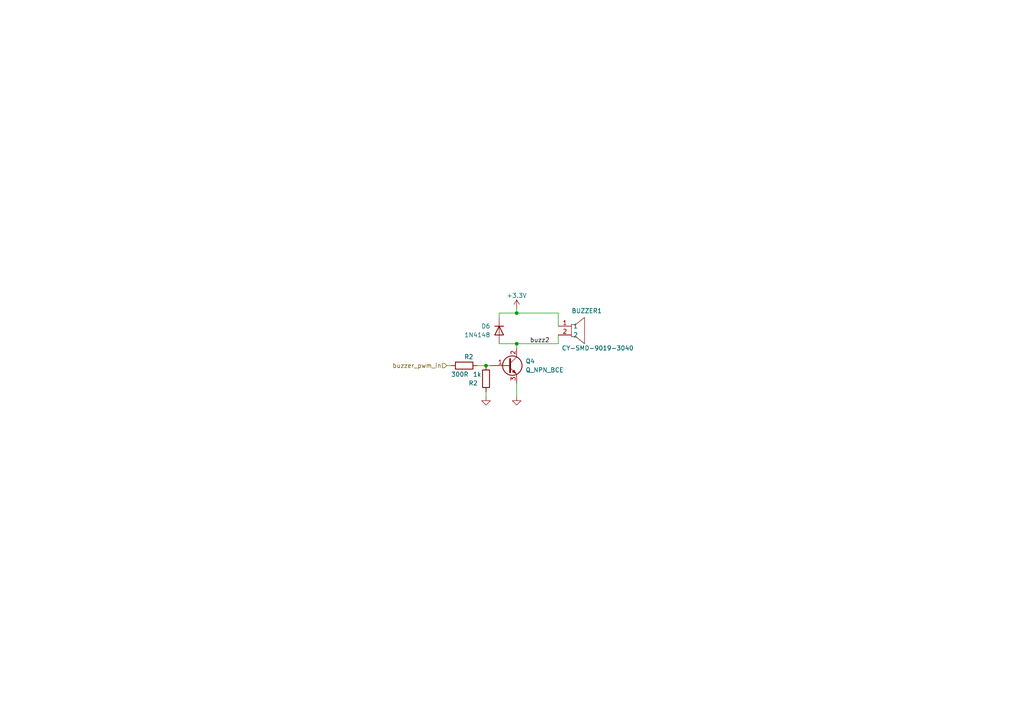
<source format=kicad_sch>
(kicad_sch (version 20230121) (generator eeschema)
  (paper "A4")
  (lib_symbols
    (symbol "Cy-SMD-9019-3040:CY-SMD-9019-3040"
      (property "Reference" "BUZZER" (at 0 7.62 0))
      (property "Value" "CY-SMD-9019-3040" (at 0 -5.08 0))
      (symbol "CY-SMD-9019-3040_0_1"
        (polyline (pts (xy 1.27 3.05) (xy 1.27 -0.51)))
        (polyline (pts (xy 1.27 3.05) (xy 2.54 3.05) (xy 5.08 5.08) (xy 5.08 -2.54) (xy 2.54 -0.51) (xy 1.27 -0.51)))
      )
      (symbol "CY-SMD-9019-3040_1_1"
        (pin passive line (at -2.54 2.54 0) (length 3.81) (name "1") (number "1"))
        (pin passive line (at -2.54 0 0) (length 3.81) (name "2") (number "2"))
      )
    )
    (symbol "Device:Q_NPN_BCE" (pin_names (offset 0) hide)
      (property "Reference" "Q" (at 5.08 1.27 0))
      (property "Value" "Q_NPN_BCE" (at 5.08 -1.27 0))
      (symbol "Q_NPN_BCE_0_1"
        (polyline (pts (xy 0.635 0.635) (xy 2.54 2.54)))
        (polyline (pts (xy 0.635 -0.635) (xy 2.54 -2.54) (xy 2.54 -2.54)))
        (polyline (pts (xy 0.635 1.905) (xy 0.635 -1.905) (xy 0.635 -1.905)) (stroke (width 0.508)))
        (polyline (pts (xy 1.27 -1.778) (xy 1.778 -1.27) (xy 2.286 -2.286) (xy 1.27 -1.778) (xy 1.27 -1.778)) (fill (type outline)))
        (circle (center 1.27 0) (radius 2.8194) (stroke (width 0.254)))
      )
      (symbol "Q_NPN_BCE_1_1"
        (pin input line (at -5.08 0 0) (length 5.715) (name "B") (number "1"))
        (pin passive line (at 2.54 5.08 270) (length 2.54) (name "C") (number "2"))
        (pin passive line (at 2.54 -5.08 90) (length 2.54) (name "E") (number "3"))
      )
    )
    (symbol "Device:R" (pin_numbers hide) (pin_names (offset 0))
      (property "Reference" "R" (at 2.032 0 90))
      (property "Value" "R" (at 0 0 90))
      (symbol "R_0_1"
        (rectangle (start -1.016 -2.54) (end 1.016 2.54) (stroke (width 0.254)))
      )
      (symbol "R_1_1"
        (pin passive line (at 0 3.81 270) (length 1.27) (name "~") (number "1"))
        (pin passive line (at 0 -3.81 90) (length 1.27) (name "~") (number "2"))
      )
    )
    (symbol "Diode:1N4148" (pin_numbers hide) (pin_names hide)
      (property "Reference" "D" (at 0 2.54 0))
      (property "Value" "1N4148" (at 0 -2.54 0))
      (symbol "1N4148_0_1"
        (polyline (pts (xy -1.27 1.27) (xy -1.27 -1.27)) (stroke (width 0.254)))
        (polyline (pts (xy 1.27 0) (xy -1.27 0)))
        (polyline (pts (xy 1.27 1.27) (xy 1.27 -1.27) (xy -1.27 0) (xy 1.27 1.27)) (stroke (width 0.254)))
      )
      (symbol "1N4148_1_1"
        (pin passive line (at -3.81 0 0) (length 2.54) (name "K") (number "1"))
        (pin passive line (at 3.81 0 180) (length 2.54) (name "A") (number "2"))
      )
    )
    (symbol "power:+3.3V" (power) (pin_names (offset 0))
      (property "Value" "+3.3V" (at 0 3.556 0))
      (symbol "+3.3V_0_1"
        (polyline (pts (xy -0.762 1.27) (xy 0 2.54)))
        (polyline (pts (xy 0 0) (xy 0 2.54)))
        (polyline (pts (xy 0 2.54) (xy 0.762 1.27)))
      )
      (symbol "+3.3V_1_1"
        (pin power_in line (at 0 0 90) (length 0) hide (name "+3.3V") (number "1"))
      )
    )
    (symbol "power:GND" (power) (pin_names (offset 0))
      (property "Value" "GND" (at 0 -3.81 0))
      (symbol "GND_0_1"
        (polyline (pts (xy 0 0) (xy 0 -1.27) (xy 1.27 -1.27) (xy 0 -2.54) (xy -1.27 -1.27) (xy 0 -1.27)))
      )
      (symbol "GND_1_1"
        (pin power_in line (at 0 0 270) (length 0) hide (name "GND") (number "1"))
      )
    )
  )
  (junction (at 149.86 99.695))
  (junction (at 140.97 106.045))
  (junction (at 149.86 90.805))
  (wire (pts (xy 161.925 90.805) (xy 149.86 90.805)))
  (wire (pts (xy 140.97 106.045) (xy 138.43 106.045)))
  (wire (pts (xy 161.925 99.695) (xy 149.86 99.695)))
  (wire (pts (xy 149.86 99.695) (xy 144.78 99.695)))
  (wire (pts (xy 144.78 92.075) (xy 144.78 90.805)))
  (wire (pts (xy 149.86 90.805) (xy 144.78 90.805)))
  (wire (pts (xy 149.86 99.695) (xy 149.86 100.965)))
  (wire (pts (xy 149.86 111.125) (xy 149.86 114.935)))
  (wire (pts (xy 129.54 106.045) (xy 130.81 106.045)))
  (wire (pts (xy 140.97 113.665) (xy 140.97 114.935)))
  (wire (pts (xy 161.925 90.805) (xy 161.925 94.615)))
  (wire (pts (xy 161.925 97.155) (xy 161.925 99.695)))
  (wire (pts (xy 142.24 106.045) (xy 140.97 106.045)))
  (wire (pts (xy 149.86 89.535) (xy 149.86 90.805)))
  (label "buzz2" (at 153.67 99.695 0))
  (hierarchical_label "buzzer_pwm_in" (shape input) (at 129.54 106.045 180))
  (symbol (lib_id "Diode:1N4148") (at 144.78 95.885 90) (mirror x) (unit 1)
    (property "Reference" "D6" (at 142.24 94.615 90) (effects (justify left)))
    (property "Value" "1N4148" (at 142.24 97.155 90) (effects (justify left)))
    (property "Footprint" "Diode_SMD:D_SOD-323" (effects hide))
    (property "Datasheet" "https://assets.nexperia.com/documents/data-sheet/1N4148_1N4448.pdf" (effects hide))
    (property "Sim.Device" "D" (effects hide))
    (property "Sim.Pins" "1=K 2=A" (effects hide))
    (property "LCSC Part #" "C2128" (effects hide))
    (property "LCSC Part" "C2128" (effects hide))
  )
  (symbol (lib_id "Cy-SMD-9019-3040:CY-SMD-9019-3040") (at 164.465 97.155 0) (unit 1)
    (property "Reference" "BUZZER1" (at 170.18 90.17 0))
    (property "Value" "CY-SMD-9019-3040" (at 173.355 100.965 0))
    (property "Footprint" "Cy-SMD-9019-3040:BUZ-SMD_L9.0-W9.0-P8.00-LS9.3_CY" (effects hide))
    (property "Datasheet" "https://lcsc.com/product-detail/Buzzers_CY-Changzhou-Chaoyin-Elec-Cy-SMD-9019-3040_C968734.html" (effects hide))
    (property "Manufacturer" "CY(超音)" (effects hide))
    (property "JLC Part" "Extended Part" (effects hide))
    (property "LCSC Part #" "C968734" (effects hide))
    (property "LCSC Part" "C968734" (effects hide))
  )
  (symbol (lib_id "Device:R") (at 140.97 109.855 0) (mirror x) (unit 1)
    (property "Reference" "R2" (at 135.89 111.125 0) (effects (justify left)))
    (property "Value" "1k" (at 137.16 108.585 0) (effects (justify left)))
    (property "Footprint" "Resistor_SMD:R_0402_1005Metric" (effects hide))
    (property "LCSC Part #" "C105637" (effects hide))
    (property "LCSC Part" "C105637" (effects hide))
    (instances (project "ShotClockProject" (path "" (reference "R2") (unit 1)) (path "" (reference "R35") (unit 1))))
  )
  (symbol (lib_id "power:GND") (at 140.97 114.935 0) (mirror y) (unit 1)
    (property "Reference" "#PWR011" (effects hide))
    (property "Value" "GND" (effects hide))
    (instances (project "ShotClockProject" (path "" (reference "#PWR011") (unit 1)) (path "" (reference "#PWR085") (unit 1))))
  )
  (symbol (lib_id "Device:R") (at 134.62 106.045 270) (mirror x) (unit 1)
    (property "Reference" "R2" (at 134.62 103.505 90) (effects (justify left)))
    (property "Value" "300R" (at 130.81 108.585 90) (effects (justify left)))
    (property "Footprint" "Resistor_SMD:R_0402_1005Metric" (effects hide))
    (property "LCSC Part #" "C25102" (effects hide))
    (property "LCSC Part" "C25102" (effects hide))
    (instances (project "ShotClockProject" (path "" (reference "R2") (unit 1)) (path "" (reference "R34") (unit 1))))
  )
  (symbol (lib_id "power:+3.3V") (at 149.86 89.535 0) (mirror y) (unit 1)
    (property "Reference" "#PWR02" (effects hide))
    (property "Value" "+3.3V" (at 149.86 85.725 0))
    (instances (project "ShotClockProject" (path "" (reference "#PWR02") (unit 1)) (path "" (reference "#PWR084") (unit 1))))
  )
  (symbol (lib_id "Device:Q_NPN_BCE") (at 147.32 106.045 0) (unit 1)
    (property "Reference" "Q4" (at 152.4 104.775 0) (effects (justify left)))
    (property "Value" "Q_NPN_BCE" (at 152.4 107.315 0) (effects (justify left)))
    (property "Footprint" "Package_TO_SOT_SMD:SOT-23" (effects hide))
    (property "LCSC Part #" "C111113" (effects hide))
    (property "LCSC Part" "C111113" (effects hide))
  )
  (symbol (lib_id "power:GND") (at 149.86 114.935 0) (mirror y) (unit 1)
    (property "Reference" "#PWR011" (effects hide))
    (property "Value" "GND" (effects hide))
    (instances (project "ShotClockProject" (path "" (reference "#PWR011") (unit 1)) (path "" (reference "#PWR086") (unit 1))))
  )
)
</source>
